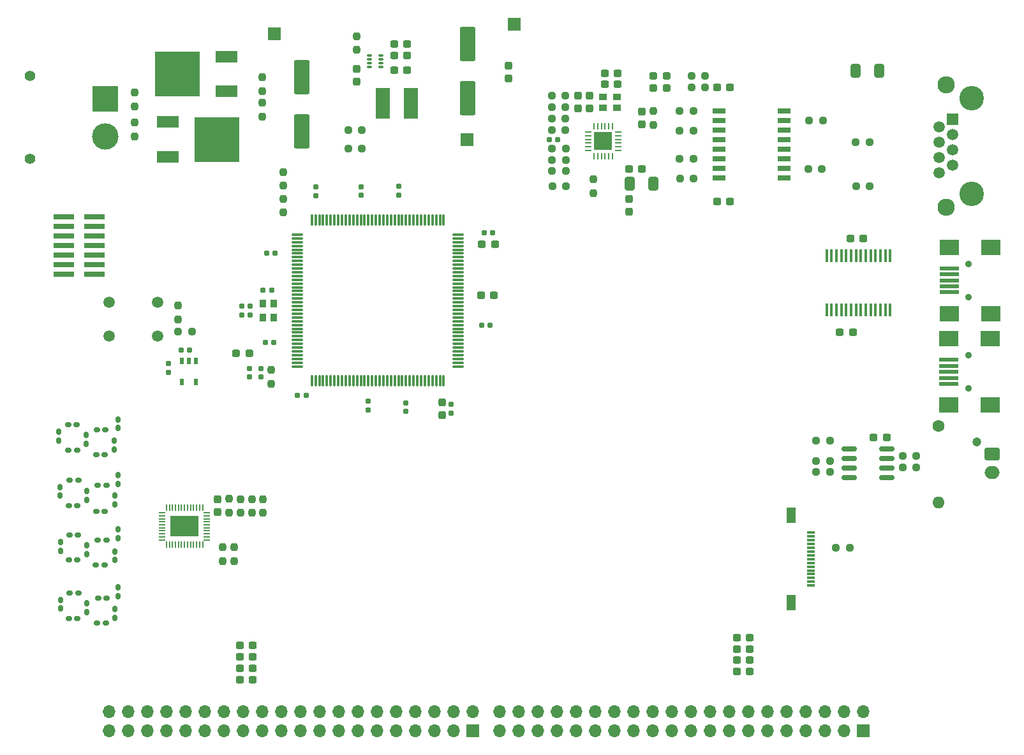
<source format=gbr>
%TF.GenerationSoftware,KiCad,Pcbnew,8.0.5*%
%TF.CreationDate,2024-09-29T23:22:26+09:00*%
%TF.ProjectId,MCU_Unit,4d43555f-556e-4697-942e-6b696361645f,rev?*%
%TF.SameCoordinates,Original*%
%TF.FileFunction,Soldermask,Top*%
%TF.FilePolarity,Negative*%
%FSLAX46Y46*%
G04 Gerber Fmt 4.6, Leading zero omitted, Abs format (unit mm)*
G04 Created by KiCad (PCBNEW 8.0.5) date 2024-09-29 23:22:26*
%MOMM*%
%LPD*%
G01*
G04 APERTURE LIST*
G04 Aperture macros list*
%AMRoundRect*
0 Rectangle with rounded corners*
0 $1 Rounding radius*
0 $2 $3 $4 $5 $6 $7 $8 $9 X,Y pos of 4 corners*
0 Add a 4 corners polygon primitive as box body*
4,1,4,$2,$3,$4,$5,$6,$7,$8,$9,$2,$3,0*
0 Add four circle primitives for the rounded corners*
1,1,$1+$1,$2,$3*
1,1,$1+$1,$4,$5*
1,1,$1+$1,$6,$7*
1,1,$1+$1,$8,$9*
0 Add four rect primitives between the rounded corners*
20,1,$1+$1,$2,$3,$4,$5,0*
20,1,$1+$1,$4,$5,$6,$7,0*
20,1,$1+$1,$6,$7,$8,$9,0*
20,1,$1+$1,$8,$9,$2,$3,0*%
G04 Aperture macros list end*
%ADD10RoundRect,0.237500X0.237500X-0.250000X0.237500X0.250000X-0.237500X0.250000X-0.237500X-0.250000X0*%
%ADD11RoundRect,0.237500X0.237500X-0.300000X0.237500X0.300000X-0.237500X0.300000X-0.237500X-0.300000X0*%
%ADD12R,1.700000X0.750000*%
%ADD13C,1.500000*%
%ADD14R,3.000000X1.600000*%
%ADD15R,6.000000X6.000000*%
%ADD16R,1.850000X4.100000*%
%ADD17R,2.790000X0.740000*%
%ADD18R,1.300000X2.000000*%
%ADD19R,1.000000X0.300000*%
%ADD20R,0.600000X0.900000*%
%ADD21RoundRect,0.155000X0.212500X0.155000X-0.212500X0.155000X-0.212500X-0.155000X0.212500X-0.155000X0*%
%ADD22RoundRect,0.155000X0.155000X-0.212500X0.155000X0.212500X-0.155000X0.212500X-0.155000X-0.212500X0*%
%ADD23RoundRect,0.155000X-0.155000X0.212500X-0.155000X-0.212500X0.155000X-0.212500X0.155000X0.212500X0*%
%ADD24RoundRect,0.155000X-0.212500X-0.155000X0.212500X-0.155000X0.212500X0.155000X-0.212500X0.155000X0*%
%ADD25O,1.700000X1.700000*%
%ADD26R,1.700000X1.700000*%
%ADD27C,3.250000*%
%ADD28R,1.500000X1.500000*%
%ADD29C,2.300000*%
%ADD30RoundRect,0.160000X0.160000X-0.222500X0.160000X0.222500X-0.160000X0.222500X-0.160000X-0.222500X0*%
%ADD31RoundRect,0.160000X0.222500X0.160000X-0.222500X0.160000X-0.222500X-0.160000X0.222500X-0.160000X0*%
%ADD32RoundRect,0.237500X0.287500X0.237500X-0.287500X0.237500X-0.287500X-0.237500X0.287500X-0.237500X0*%
%ADD33R,0.950000X1.050000*%
%ADD34R,0.450000X1.750000*%
%ADD35R,3.800000X2.800000*%
%ADD36RoundRect,0.050000X-0.362500X0.050000X-0.362500X-0.050000X0.362500X-0.050000X0.362500X0.050000X0*%
%ADD37RoundRect,0.050000X-0.050000X0.362500X-0.050000X-0.362500X0.050000X-0.362500X0.050000X0.362500X0*%
%ADD38RoundRect,0.150000X-0.825000X-0.150000X0.825000X-0.150000X0.825000X0.150000X-0.825000X0.150000X0*%
%ADD39RoundRect,0.050000X-0.285000X-0.100000X0.285000X-0.100000X0.285000X0.100000X-0.285000X0.100000X0*%
%ADD40R,1.050000X0.950000*%
%ADD41RoundRect,0.062500X-0.062500X0.325000X-0.062500X-0.325000X0.062500X-0.325000X0.062500X0.325000X0*%
%ADD42RoundRect,0.062500X-0.325000X0.062500X-0.325000X-0.062500X0.325000X-0.062500X0.325000X0.062500X0*%
%ADD43R,2.450000X2.450000*%
%ADD44RoundRect,0.075000X-0.662500X-0.075000X0.662500X-0.075000X0.662500X0.075000X-0.662500X0.075000X0*%
%ADD45RoundRect,0.075000X-0.075000X-0.662500X0.075000X-0.662500X0.075000X0.662500X-0.075000X0.662500X0*%
%ADD46RoundRect,0.237500X-0.237500X0.250000X-0.237500X-0.250000X0.237500X-0.250000X0.237500X0.250000X0*%
%ADD47O,1.600000X1.600000*%
%ADD48C,1.600000*%
%ADD49RoundRect,0.237500X-0.250000X-0.237500X0.250000X-0.237500X0.250000X0.237500X-0.250000X0.237500X0*%
%ADD50RoundRect,0.237500X0.250000X0.237500X-0.250000X0.237500X-0.250000X-0.237500X0.250000X-0.237500X0*%
%ADD51C,1.400000*%
%ADD52R,3.500000X3.500000*%
%ADD53C,3.500000*%
%ADD54R,2.500000X2.000000*%
%ADD55R,2.500000X0.500000*%
%ADD56C,0.900000*%
%ADD57O,2.000000X1.700000*%
%ADD58RoundRect,0.250000X-0.750000X0.600000X-0.750000X-0.600000X0.750000X-0.600000X0.750000X0.600000X0*%
%ADD59C,1.200000*%
%ADD60RoundRect,0.237500X-0.237500X0.287500X-0.237500X-0.287500X0.237500X-0.287500X0.237500X0.287500X0*%
%ADD61RoundRect,0.237500X-0.287500X-0.237500X0.287500X-0.237500X0.287500X0.237500X-0.287500X0.237500X0*%
%ADD62RoundRect,0.237500X0.300000X0.237500X-0.300000X0.237500X-0.300000X-0.237500X0.300000X-0.237500X0*%
%ADD63RoundRect,0.237500X-0.300000X-0.237500X0.300000X-0.237500X0.300000X0.237500X-0.300000X0.237500X0*%
%ADD64RoundRect,0.250001X-0.799999X1.999999X-0.799999X-1.999999X0.799999X-1.999999X0.799999X1.999999X0*%
%ADD65RoundRect,0.237500X-0.237500X0.300000X-0.237500X-0.300000X0.237500X-0.300000X0.237500X0.300000X0*%
%ADD66RoundRect,0.250001X0.799999X-1.999999X0.799999X1.999999X-0.799999X1.999999X-0.799999X-1.999999X0*%
%ADD67RoundRect,0.250000X-0.412500X-0.650000X0.412500X-0.650000X0.412500X0.650000X-0.412500X0.650000X0*%
G04 APERTURE END LIST*
D10*
%TO.C,R45*%
X59540000Y-109267500D03*
X59540000Y-107442500D03*
%TD*%
D11*
%TO.C,C51*%
X58020000Y-109217500D03*
X58020000Y-107492500D03*
%TD*%
D12*
%TO.C,T1*%
X124590000Y-55925000D03*
X124590000Y-57195000D03*
X124590000Y-58465000D03*
X124590000Y-59735000D03*
X124590000Y-61005000D03*
X124590000Y-62275000D03*
X124590000Y-63545000D03*
X124590000Y-64815000D03*
X133190000Y-64815000D03*
X133190000Y-63545000D03*
X133190000Y-62275000D03*
X133190000Y-61005000D03*
X133190000Y-59735000D03*
X133190000Y-58465000D03*
X133190000Y-57195000D03*
X133190000Y-55925000D03*
%TD*%
D13*
%TO.C,S1*%
X43575000Y-81300000D03*
X50075000Y-81300000D03*
X43575000Y-85800000D03*
X50075000Y-85800000D03*
%TD*%
D14*
%TO.C,Q2*%
X59200000Y-53300000D03*
D15*
X52700000Y-51000000D03*
D14*
X59200000Y-48700000D03*
%TD*%
%TO.C,Q1*%
X51425000Y-57400000D03*
D15*
X57925000Y-59700000D03*
D14*
X51425000Y-62000000D03*
%TD*%
D16*
%TO.C,L1*%
X79975000Y-54900000D03*
X83625000Y-54900000D03*
%TD*%
D17*
%TO.C,J12*%
X41635000Y-77600000D03*
X37565000Y-77600000D03*
X41635000Y-76330000D03*
X37565000Y-76330000D03*
X41635000Y-75060000D03*
X37565000Y-75060000D03*
X41635000Y-73790000D03*
X37565000Y-73790000D03*
X41635000Y-72520000D03*
X37565000Y-72520000D03*
X41635000Y-71250000D03*
X37565000Y-71250000D03*
X41635000Y-69980000D03*
X37565000Y-69980000D03*
%TD*%
D18*
%TO.C,J8*%
X134090000Y-121230000D03*
X134090000Y-109630000D03*
D19*
X136790000Y-118930000D03*
X136790000Y-118430000D03*
X136790000Y-117930000D03*
X136790000Y-117430000D03*
X136790000Y-116930000D03*
X136790000Y-116430000D03*
X136790000Y-115930000D03*
X136790000Y-115430000D03*
X136790000Y-114930000D03*
X136790000Y-114430000D03*
X136790000Y-113930000D03*
X136790000Y-113430000D03*
X136790000Y-112930000D03*
X136790000Y-112430000D03*
X136790000Y-111930000D03*
%TD*%
D20*
%TO.C,IC1*%
X55150000Y-89100000D03*
X54200000Y-89100000D03*
X53250000Y-89100000D03*
X53250000Y-91900000D03*
X55150000Y-91900000D03*
%TD*%
D21*
%TO.C,C28*%
X103157500Y-59700000D03*
X102022500Y-59700000D03*
%TD*%
D22*
%TO.C,C14*%
X51500000Y-90617500D03*
X51500000Y-89482500D03*
%TD*%
D23*
%TO.C,C50*%
X62317500Y-81872500D03*
X62317500Y-83007500D03*
%TD*%
%TO.C,C49*%
X61267500Y-81872500D03*
X61267500Y-83007500D03*
%TD*%
%TO.C,C17*%
X62250000Y-90100000D03*
X62250000Y-91235000D03*
%TD*%
%TO.C,C16*%
X63800000Y-90100000D03*
X63800000Y-91235000D03*
%TD*%
D22*
%TO.C,C12*%
X71017500Y-67145000D03*
X71017500Y-66010000D03*
%TD*%
%TO.C,C11*%
X77017500Y-67095000D03*
X77017500Y-65960000D03*
%TD*%
%TO.C,C10*%
X82017500Y-67070000D03*
X82017500Y-65935000D03*
%TD*%
D24*
%TO.C,C9*%
X93362500Y-72090000D03*
X94497500Y-72090000D03*
%TD*%
%TO.C,C8*%
X94197500Y-84340000D03*
X93062500Y-84340000D03*
%TD*%
D23*
%TO.C,C7*%
X89017500Y-94885000D03*
X89017500Y-96020000D03*
%TD*%
%TO.C,C6*%
X83017500Y-94685000D03*
X83017500Y-95820000D03*
%TD*%
%TO.C,C5*%
X78017500Y-94472500D03*
X78017500Y-95607500D03*
%TD*%
D21*
%TO.C,C4*%
X69767500Y-93700000D03*
X68632500Y-93700000D03*
%TD*%
%TO.C,C3*%
X65485000Y-86700000D03*
X64350000Y-86700000D03*
%TD*%
%TO.C,C2*%
X65185000Y-79740000D03*
X64050000Y-79740000D03*
%TD*%
%TO.C,C1*%
X65635000Y-74840000D03*
X64500000Y-74840000D03*
%TD*%
D25*
%TO.C,J10*%
X43580000Y-135657500D03*
X43580000Y-138197500D03*
X46120000Y-135657500D03*
X46120000Y-138197500D03*
X48660000Y-135657500D03*
X48660000Y-138197500D03*
X51200000Y-135657500D03*
X51200000Y-138197500D03*
X53740000Y-135657500D03*
X53740000Y-138197500D03*
X56280000Y-135657500D03*
X56280000Y-138197500D03*
X58820000Y-135657500D03*
X58820000Y-138197500D03*
X61360000Y-135657500D03*
X61360000Y-138197500D03*
X63900000Y-135657500D03*
X63900000Y-138197500D03*
X66440000Y-135657500D03*
X66440000Y-138197500D03*
X68980000Y-135657500D03*
X68980000Y-138197500D03*
X71520000Y-135657500D03*
X71520000Y-138197500D03*
X74060000Y-135657500D03*
X74060000Y-138197500D03*
X76600000Y-135657500D03*
X76600000Y-138197500D03*
X79140000Y-135657500D03*
X79140000Y-138197500D03*
X81680000Y-135657500D03*
X81680000Y-138197500D03*
X84220000Y-135657500D03*
X84220000Y-138197500D03*
X86760000Y-135657500D03*
X86760000Y-138197500D03*
X89300000Y-135657500D03*
X89300000Y-138197500D03*
X91840000Y-135657500D03*
D26*
X91840000Y-138197500D03*
%TD*%
%TO.C,J6*%
X143700000Y-138200000D03*
D25*
X143700000Y-135660000D03*
X141160000Y-138200000D03*
X141160000Y-135660000D03*
X138620000Y-138200000D03*
X138620000Y-135660000D03*
X136080000Y-138200000D03*
X136080000Y-135660000D03*
X133540000Y-138200000D03*
X133540000Y-135660000D03*
X131000000Y-138200000D03*
X131000000Y-135660000D03*
X128460000Y-138200000D03*
X128460000Y-135660000D03*
X125920000Y-138200000D03*
X125920000Y-135660000D03*
X123380000Y-138200000D03*
X123380000Y-135660000D03*
X120840000Y-138200000D03*
X120840000Y-135660000D03*
X118300000Y-138200000D03*
X118300000Y-135660000D03*
X115760000Y-138200000D03*
X115760000Y-135660000D03*
X113220000Y-138200000D03*
X113220000Y-135660000D03*
X110680000Y-138200000D03*
X110680000Y-135660000D03*
X108140000Y-138200000D03*
X108140000Y-135660000D03*
X105600000Y-138200000D03*
X105600000Y-135660000D03*
X103060000Y-138200000D03*
X103060000Y-135660000D03*
X100520000Y-138200000D03*
X100520000Y-135660000D03*
X97980000Y-138200000D03*
X97980000Y-135660000D03*
X95440000Y-138200000D03*
X95440000Y-135660000D03*
%TD*%
D27*
%TO.C,J1*%
X158110000Y-54255500D03*
X158110000Y-66955500D03*
D28*
X155570000Y-57045500D03*
D13*
X153790000Y-58061500D03*
X155570000Y-59077500D03*
X153790000Y-60093500D03*
X155570000Y-61109500D03*
X153790000Y-62125500D03*
X155570000Y-63141500D03*
X153790000Y-64157500D03*
D29*
X154680000Y-52475500D03*
X154680000Y-68735500D03*
%TD*%
D30*
%TO.C,D11*%
X44760000Y-96870000D03*
X44760000Y-98015000D03*
%TD*%
%TO.C,D10*%
X40610000Y-98970000D03*
X40610000Y-100115000D03*
%TD*%
D31*
%TO.C,D9*%
X38237500Y-100992500D03*
X39382500Y-100992500D03*
%TD*%
%TO.C,D8*%
X41887500Y-101542500D03*
X43032500Y-101542500D03*
%TD*%
D30*
%TO.C,D7*%
X44260000Y-99720000D03*
X44260000Y-100865000D03*
%TD*%
D31*
%TO.C,D6*%
X41987500Y-98242500D03*
X43132500Y-98242500D03*
%TD*%
%TO.C,D5*%
X38187500Y-97592500D03*
X39332500Y-97592500D03*
%TD*%
D30*
%TO.C,D4*%
X36960000Y-98520000D03*
X36960000Y-99665000D03*
%TD*%
%TO.C,D35*%
X44810000Y-119175000D03*
X44810000Y-120320000D03*
%TD*%
%TO.C,D34*%
X40660000Y-121325000D03*
X40660000Y-122470000D03*
%TD*%
D31*
%TO.C,D33*%
X38260000Y-123320000D03*
X39405000Y-123320000D03*
%TD*%
%TO.C,D32*%
X42010000Y-123920000D03*
X43155000Y-123920000D03*
%TD*%
D30*
%TO.C,D31*%
X44360000Y-122075000D03*
X44360000Y-123220000D03*
%TD*%
D31*
%TO.C,D30*%
X42137500Y-120570000D03*
X43282500Y-120570000D03*
%TD*%
%TO.C,D29*%
X38387500Y-119920000D03*
X39532500Y-119920000D03*
%TD*%
D30*
%TO.C,D28*%
X37160000Y-120825000D03*
X37160000Y-121970000D03*
%TD*%
%TO.C,D27*%
X44810000Y-111470000D03*
X44810000Y-112615000D03*
%TD*%
%TO.C,D26*%
X40660000Y-113625000D03*
X40660000Y-114770000D03*
%TD*%
D31*
%TO.C,D25*%
X38260000Y-115570000D03*
X39405000Y-115570000D03*
%TD*%
%TO.C,D24*%
X41860000Y-116220000D03*
X43005000Y-116220000D03*
%TD*%
D30*
%TO.C,D23*%
X44360000Y-114425000D03*
X44360000Y-115570000D03*
%TD*%
D31*
%TO.C,D22*%
X42110000Y-112870000D03*
X43255000Y-112870000D03*
%TD*%
%TO.C,D21*%
X38360000Y-112270000D03*
X39505000Y-112270000D03*
%TD*%
D30*
%TO.C,D20*%
X37160000Y-113175000D03*
X37160000Y-114320000D03*
%TD*%
%TO.C,D19*%
X44760000Y-104270000D03*
X44760000Y-105415000D03*
%TD*%
%TO.C,D18*%
X40651219Y-106409684D03*
X40651219Y-107554684D03*
%TD*%
D31*
%TO.C,D17*%
X38251219Y-108354684D03*
X39396219Y-108354684D03*
%TD*%
%TO.C,D16*%
X41901219Y-109054684D03*
X43046219Y-109054684D03*
%TD*%
D30*
%TO.C,D15*%
X44351219Y-108157184D03*
X44351219Y-107012184D03*
%TD*%
D31*
%TO.C,D14*%
X42128719Y-105654684D03*
X43273719Y-105654684D03*
%TD*%
%TO.C,D13*%
X38401219Y-104954684D03*
X39546219Y-104954684D03*
%TD*%
D30*
%TO.C,D12*%
X37101219Y-105862184D03*
X37101219Y-107007184D03*
%TD*%
D32*
%TO.C,D2*%
X117615000Y-51257500D03*
X115865000Y-51257500D03*
%TD*%
%TO.C,D1*%
X117615000Y-52857500D03*
X115865000Y-52857500D03*
%TD*%
D33*
%TO.C,U8*%
X64042500Y-81465000D03*
X64042500Y-83315000D03*
X65492500Y-83315000D03*
X65492500Y-81465000D03*
%TD*%
D34*
%TO.C,U7*%
X138825000Y-75165000D03*
X139475000Y-75165000D03*
X140125000Y-75165000D03*
X140775000Y-75165000D03*
X141425000Y-75165000D03*
X142075000Y-75165000D03*
X142725000Y-75165000D03*
X143375000Y-75165000D03*
X144025000Y-75165000D03*
X144675000Y-75165000D03*
X145325000Y-75165000D03*
X145975000Y-75165000D03*
X146625000Y-75165000D03*
X147275000Y-75165000D03*
X147275000Y-82365000D03*
X146625000Y-82365000D03*
X145975000Y-82365000D03*
X145325000Y-82365000D03*
X144675000Y-82365000D03*
X144025000Y-82365000D03*
X143375000Y-82365000D03*
X142725000Y-82365000D03*
X142075000Y-82365000D03*
X141425000Y-82365000D03*
X140775000Y-82365000D03*
X140125000Y-82365000D03*
X139475000Y-82365000D03*
X138825000Y-82365000D03*
%TD*%
D35*
%TO.C,U6*%
X53622500Y-111070000D03*
D36*
X56585000Y-109270000D03*
X56585000Y-109670000D03*
X56585000Y-110070000D03*
X56585000Y-110470000D03*
X56585000Y-110870000D03*
X56585000Y-111270000D03*
X56585000Y-111670000D03*
X56585000Y-112070000D03*
X56585000Y-112470000D03*
X56585000Y-112870000D03*
D37*
X56022500Y-113532500D03*
X55622500Y-113532500D03*
X55222500Y-113532500D03*
X54822500Y-113532500D03*
X54422500Y-113532500D03*
X54022500Y-113532500D03*
X53622500Y-113532500D03*
X53222500Y-113532500D03*
X52822500Y-113532500D03*
X52422500Y-113532500D03*
X52022500Y-113532500D03*
X51622500Y-113532500D03*
X51222500Y-113532500D03*
D36*
X50660000Y-112870000D03*
X50660000Y-112470000D03*
X50660000Y-112070000D03*
X50660000Y-111670000D03*
X50660000Y-111270000D03*
X50660000Y-110870000D03*
X50660000Y-110470000D03*
X50660000Y-110070000D03*
X50660000Y-109670000D03*
X50660000Y-109270000D03*
D37*
X51222500Y-108607500D03*
X51622500Y-108607500D03*
X52022500Y-108607500D03*
X52422500Y-108607500D03*
X52822500Y-108607500D03*
X53222500Y-108607500D03*
X53622500Y-108607500D03*
X54022500Y-108607500D03*
X54422500Y-108607500D03*
X54822500Y-108607500D03*
X55222500Y-108607500D03*
X55622500Y-108607500D03*
X56022500Y-108607500D03*
%TD*%
D38*
%TO.C,U5*%
X146800000Y-100835000D03*
X146800000Y-102105000D03*
X146800000Y-103375000D03*
X146800000Y-104645000D03*
X141850000Y-104645000D03*
X141850000Y-103375000D03*
X141850000Y-102105000D03*
X141850000Y-100835000D03*
%TD*%
D39*
%TO.C,U4*%
X78197500Y-48587500D03*
X78197500Y-49087500D03*
X78197500Y-49587500D03*
X78197500Y-50087500D03*
X79677500Y-50087500D03*
X79677500Y-49587500D03*
X79677500Y-49087500D03*
X79677500Y-48587500D03*
%TD*%
D40*
%TO.C,U3*%
X111040000Y-54057500D03*
X109190000Y-54057500D03*
X109190000Y-55507500D03*
X111040000Y-55507500D03*
%TD*%
D41*
%TO.C,U2*%
X110440000Y-57957500D03*
X109940000Y-57957500D03*
X109440000Y-57957500D03*
X108940000Y-57957500D03*
X108440000Y-57957500D03*
X107940000Y-57957500D03*
D42*
X107202500Y-58695000D03*
X107202500Y-59195000D03*
X107202500Y-59695000D03*
X107202500Y-60195000D03*
X107202500Y-60695000D03*
X107202500Y-61195000D03*
D41*
X107940000Y-61932500D03*
X108440000Y-61932500D03*
X108940000Y-61932500D03*
X109440000Y-61932500D03*
X109940000Y-61932500D03*
X110440000Y-61932500D03*
D42*
X111177500Y-61195000D03*
X111177500Y-60695000D03*
X111177500Y-60195000D03*
X111177500Y-59695000D03*
X111177500Y-59195000D03*
X111177500Y-58695000D03*
D43*
X109190000Y-59945000D03*
%TD*%
D44*
%TO.C,U1*%
X68605000Y-72340000D03*
X68605000Y-72840000D03*
X68605000Y-73340000D03*
X68605000Y-73840000D03*
X68605000Y-74340000D03*
X68605000Y-74840000D03*
X68605000Y-75340000D03*
X68605000Y-75840000D03*
X68605000Y-76340000D03*
X68605000Y-76840000D03*
X68605000Y-77340000D03*
X68605000Y-77840000D03*
X68605000Y-78340000D03*
X68605000Y-78840000D03*
X68605000Y-79340000D03*
X68605000Y-79840000D03*
X68605000Y-80340000D03*
X68605000Y-80840000D03*
X68605000Y-81340000D03*
X68605000Y-81840000D03*
X68605000Y-82340000D03*
X68605000Y-82840000D03*
X68605000Y-83340000D03*
X68605000Y-83840000D03*
X68605000Y-84340000D03*
X68605000Y-84840000D03*
X68605000Y-85340000D03*
X68605000Y-85840000D03*
X68605000Y-86340000D03*
X68605000Y-86840000D03*
X68605000Y-87340000D03*
X68605000Y-87840000D03*
X68605000Y-88340000D03*
X68605000Y-88840000D03*
X68605000Y-89340000D03*
X68605000Y-89840000D03*
D45*
X70517500Y-91752500D03*
X71017500Y-91752500D03*
X71517500Y-91752500D03*
X72017500Y-91752500D03*
X72517500Y-91752500D03*
X73017500Y-91752500D03*
X73517500Y-91752500D03*
X74017500Y-91752500D03*
X74517500Y-91752500D03*
X75017500Y-91752500D03*
X75517500Y-91752500D03*
X76017500Y-91752500D03*
X76517500Y-91752500D03*
X77017500Y-91752500D03*
X77517500Y-91752500D03*
X78017500Y-91752500D03*
X78517500Y-91752500D03*
X79017500Y-91752500D03*
X79517500Y-91752500D03*
X80017500Y-91752500D03*
X80517500Y-91752500D03*
X81017500Y-91752500D03*
X81517500Y-91752500D03*
X82017500Y-91752500D03*
X82517500Y-91752500D03*
X83017500Y-91752500D03*
X83517500Y-91752500D03*
X84017500Y-91752500D03*
X84517500Y-91752500D03*
X85017500Y-91752500D03*
X85517500Y-91752500D03*
X86017500Y-91752500D03*
X86517500Y-91752500D03*
X87017500Y-91752500D03*
X87517500Y-91752500D03*
X88017500Y-91752500D03*
D44*
X89930000Y-89840000D03*
X89930000Y-89340000D03*
X89930000Y-88840000D03*
X89930000Y-88340000D03*
X89930000Y-87840000D03*
X89930000Y-87340000D03*
X89930000Y-86840000D03*
X89930000Y-86340000D03*
X89930000Y-85840000D03*
X89930000Y-85340000D03*
X89930000Y-84840000D03*
X89930000Y-84340000D03*
X89930000Y-83840000D03*
X89930000Y-83340000D03*
X89930000Y-82840000D03*
X89930000Y-82340000D03*
X89930000Y-81840000D03*
X89930000Y-81340000D03*
X89930000Y-80840000D03*
X89930000Y-80340000D03*
X89930000Y-79840000D03*
X89930000Y-79340000D03*
X89930000Y-78840000D03*
X89930000Y-78340000D03*
X89930000Y-77840000D03*
X89930000Y-77340000D03*
X89930000Y-76840000D03*
X89930000Y-76340000D03*
X89930000Y-75840000D03*
X89930000Y-75340000D03*
X89930000Y-74840000D03*
X89930000Y-74340000D03*
X89930000Y-73840000D03*
X89930000Y-73340000D03*
X89930000Y-72840000D03*
X89930000Y-72340000D03*
D45*
X88017500Y-70427500D03*
X87517500Y-70427500D03*
X87017500Y-70427500D03*
X86517500Y-70427500D03*
X86017500Y-70427500D03*
X85517500Y-70427500D03*
X85017500Y-70427500D03*
X84517500Y-70427500D03*
X84017500Y-70427500D03*
X83517500Y-70427500D03*
X83017500Y-70427500D03*
X82517500Y-70427500D03*
X82017500Y-70427500D03*
X81517500Y-70427500D03*
X81017500Y-70427500D03*
X80517500Y-70427500D03*
X80017500Y-70427500D03*
X79517500Y-70427500D03*
X79017500Y-70427500D03*
X78517500Y-70427500D03*
X78017500Y-70427500D03*
X77517500Y-70427500D03*
X77017500Y-70427500D03*
X76517500Y-70427500D03*
X76017500Y-70427500D03*
X75517500Y-70427500D03*
X75017500Y-70427500D03*
X74517500Y-70427500D03*
X74017500Y-70427500D03*
X73517500Y-70427500D03*
X73017500Y-70427500D03*
X72517500Y-70427500D03*
X72017500Y-70427500D03*
X71517500Y-70427500D03*
X71017500Y-70427500D03*
X70517500Y-70427500D03*
%TD*%
D46*
%TO.C,R44*%
X64060000Y-109270000D03*
X64060000Y-107445000D03*
%TD*%
%TO.C,R43*%
X62600000Y-109270000D03*
X62600000Y-107445000D03*
%TD*%
D10*
%TO.C,R42*%
X61060000Y-107445000D03*
X61060000Y-109270000D03*
%TD*%
D47*
%TO.C,R41*%
X153675000Y-107930000D03*
D48*
X153675000Y-97770000D03*
%TD*%
D49*
%TO.C,R40*%
X150725000Y-103275000D03*
X148900000Y-103275000D03*
%TD*%
%TO.C,R39*%
X150725000Y-101750000D03*
X148900000Y-101750000D03*
%TD*%
D50*
%TO.C,R38*%
X137437500Y-102375000D03*
X139262500Y-102375000D03*
%TD*%
D49*
%TO.C,R37*%
X139262500Y-103875000D03*
X137437500Y-103875000D03*
%TD*%
%TO.C,R36*%
X139250000Y-99700000D03*
X137425000Y-99700000D03*
%TD*%
D46*
%TO.C,R35*%
X60200000Y-113870000D03*
X60200000Y-115695000D03*
%TD*%
%TO.C,R34*%
X58660000Y-113870000D03*
X58660000Y-115695000D03*
%TD*%
D50*
%TO.C,R33*%
X140050000Y-113935000D03*
X141875000Y-113935000D03*
%TD*%
D46*
%TO.C,R32*%
X63925000Y-54837500D03*
X63925000Y-56662500D03*
%TD*%
%TO.C,R31*%
X63925000Y-51475000D03*
X63925000Y-53300000D03*
%TD*%
D10*
%TO.C,R30*%
X47000000Y-55312500D03*
X47000000Y-53487500D03*
%TD*%
%TO.C,R29*%
X47000000Y-59312500D03*
X47000000Y-57487500D03*
%TD*%
D49*
%TO.C,R28*%
X75350526Y-60958569D03*
X77175526Y-60958569D03*
%TD*%
%TO.C,R27*%
X75350526Y-58448569D03*
X77175526Y-58448569D03*
%TD*%
D10*
%TO.C,R26*%
X76437500Y-47812500D03*
X76437500Y-45987500D03*
%TD*%
D50*
%TO.C,R25*%
X104202500Y-63925000D03*
X102377500Y-63925000D03*
%TD*%
%TO.C,R24*%
X104177500Y-53925000D03*
X102352500Y-53925000D03*
%TD*%
%TO.C,R23*%
X104177500Y-56925000D03*
X102352500Y-56925000D03*
%TD*%
D49*
%TO.C,R22*%
X102365000Y-58425000D03*
X104190000Y-58425000D03*
%TD*%
%TO.C,R21*%
X102365000Y-55425000D03*
X104190000Y-55425000D03*
%TD*%
%TO.C,R20*%
X119340000Y-55957500D03*
X121165000Y-55957500D03*
%TD*%
%TO.C,R19*%
X119340000Y-58507500D03*
X121165000Y-58507500D03*
%TD*%
%TO.C,R18*%
X121140000Y-62307500D03*
X119315000Y-62307500D03*
%TD*%
%TO.C,R17*%
X119365000Y-64857500D03*
X121190000Y-64857500D03*
%TD*%
%TO.C,R16*%
X102390000Y-60925000D03*
X104215000Y-60925000D03*
%TD*%
%TO.C,R15*%
X102390000Y-62425000D03*
X104215000Y-62425000D03*
%TD*%
%TO.C,R14*%
X102417500Y-65900000D03*
X104242500Y-65900000D03*
%TD*%
D10*
%TO.C,R13*%
X107890000Y-66837500D03*
X107890000Y-65012500D03*
%TD*%
D46*
%TO.C,R12*%
X65100000Y-90312500D03*
X65100000Y-92137500D03*
%TD*%
D49*
%TO.C,R11*%
X120902500Y-51250000D03*
X122727500Y-51250000D03*
%TD*%
%TO.C,R10*%
X120890000Y-52775000D03*
X122715000Y-52775000D03*
%TD*%
D10*
%TO.C,R9*%
X115840000Y-57770000D03*
X115840000Y-55945000D03*
%TD*%
D50*
%TO.C,R8*%
X144552500Y-65907500D03*
X142727500Y-65907500D03*
%TD*%
%TO.C,R7*%
X144502500Y-60107500D03*
X142677500Y-60107500D03*
%TD*%
D49*
%TO.C,R6*%
X136527500Y-57207500D03*
X138352500Y-57207500D03*
%TD*%
%TO.C,R5*%
X136390000Y-63607500D03*
X138215000Y-63607500D03*
%TD*%
D10*
%TO.C,R4*%
X66767500Y-69415000D03*
X66767500Y-67590000D03*
%TD*%
%TO.C,R3*%
X66767500Y-65865000D03*
X66767500Y-64040000D03*
%TD*%
%TO.C,R2*%
X52800000Y-81787500D03*
X52800000Y-83612500D03*
%TD*%
D49*
%TO.C,R1*%
X52800000Y-85200000D03*
X54625000Y-85200000D03*
%TD*%
D51*
%TO.C,J13*%
X33075000Y-62300000D03*
X33075000Y-51300000D03*
D52*
X43075000Y-54300000D03*
D53*
X43075000Y-59300000D03*
%TD*%
D54*
%TO.C,J9*%
X160590000Y-74010000D03*
X155090000Y-74010000D03*
X160590000Y-82810000D03*
X155090000Y-82810000D03*
D55*
X155090000Y-76810000D03*
X155090000Y-77610000D03*
X155090000Y-78410000D03*
X155090000Y-79210000D03*
X155090000Y-80010000D03*
D56*
X157690000Y-76210000D03*
X157690000Y-80610000D03*
%TD*%
%TO.C,J7*%
X157675000Y-92780000D03*
X157675000Y-88380000D03*
D55*
X155075000Y-92180000D03*
X155075000Y-91380000D03*
X155075000Y-90580000D03*
X155075000Y-89780000D03*
X155075000Y-88980000D03*
D54*
X155075000Y-94980000D03*
X160575000Y-94980000D03*
X155075000Y-86180000D03*
X160575000Y-86180000D03*
%TD*%
D26*
%TO.C,J5*%
X65525000Y-45700000D03*
%TD*%
%TO.C,J4*%
X97337500Y-44400000D03*
%TD*%
%TO.C,J3*%
X91137500Y-59700000D03*
%TD*%
D57*
%TO.C,J2*%
X160775000Y-103950000D03*
D58*
X160775000Y-101450000D03*
D59*
X158775000Y-99850000D03*
%TD*%
D60*
%TO.C,FB2*%
X112590000Y-67586500D03*
X112590000Y-69336500D03*
%TD*%
D61*
%TO.C,FB1*%
X60475000Y-88125000D03*
X62225000Y-88125000D03*
%TD*%
D62*
%TO.C,C48*%
X60935000Y-128410000D03*
X62660000Y-128410000D03*
%TD*%
%TO.C,C47*%
X60935000Y-129910000D03*
X62660000Y-129910000D03*
%TD*%
%TO.C,C46*%
X62660000Y-131410000D03*
X60935000Y-131410000D03*
%TD*%
%TO.C,C45*%
X145072500Y-99292004D03*
X146797500Y-99292004D03*
%TD*%
%TO.C,C44*%
X60935000Y-126910000D03*
X62660000Y-126910000D03*
%TD*%
%TO.C,C42*%
X126890000Y-127355000D03*
X128615000Y-127355000D03*
%TD*%
%TO.C,C41*%
X126895000Y-130375000D03*
X128620000Y-130375000D03*
%TD*%
%TO.C,C39*%
X141987500Y-72865000D03*
X143712500Y-72865000D03*
%TD*%
D63*
%TO.C,C38*%
X142305000Y-85300000D03*
X140580000Y-85300000D03*
%TD*%
D64*
%TO.C,C37*%
X69225000Y-51400000D03*
X69225000Y-58600000D03*
%TD*%
D63*
%TO.C,C36*%
X93073222Y-73577888D03*
X94798222Y-73577888D03*
%TD*%
D65*
%TO.C,C35*%
X87800000Y-94590000D03*
X87800000Y-96315000D03*
%TD*%
D66*
%TO.C,C34*%
X91187500Y-54200000D03*
X91187500Y-47000000D03*
%TD*%
D11*
%TO.C,C33*%
X96600000Y-51625000D03*
X96600000Y-49900000D03*
%TD*%
D62*
%TO.C,C32*%
X83150000Y-47000000D03*
X81425000Y-47000000D03*
%TD*%
%TO.C,C31*%
X83162500Y-50500000D03*
X81437500Y-50500000D03*
%TD*%
D63*
%TO.C,C30*%
X81425000Y-48550000D03*
X83150000Y-48550000D03*
%TD*%
D65*
%TO.C,C29*%
X76447500Y-50325000D03*
X76447500Y-52050000D03*
%TD*%
D11*
%TO.C,C27*%
X105860000Y-55620000D03*
X105860000Y-53895000D03*
%TD*%
%TO.C,C26*%
X107390000Y-55625000D03*
X107390000Y-53900000D03*
%TD*%
D67*
%TO.C,C25*%
X112669608Y-65569527D03*
X115794608Y-65569527D03*
%TD*%
D63*
%TO.C,C24*%
X112590000Y-63657500D03*
X114315000Y-63657500D03*
%TD*%
D11*
%TO.C,C23*%
X114340000Y-57720000D03*
X114340000Y-55995000D03*
%TD*%
D62*
%TO.C,C22*%
X111102500Y-50907500D03*
X109377500Y-50907500D03*
%TD*%
%TO.C,C21*%
X111102500Y-52407500D03*
X109377500Y-52407500D03*
%TD*%
%TO.C,C20*%
X126002500Y-52775000D03*
X124277500Y-52775000D03*
%TD*%
%TO.C,C19*%
X126002500Y-67957500D03*
X124277500Y-67957500D03*
%TD*%
D67*
%TO.C,C18*%
X142677500Y-50607500D03*
X145802500Y-50607500D03*
%TD*%
D21*
%TO.C,C15*%
X54317500Y-87700000D03*
X53182500Y-87700000D03*
%TD*%
D63*
%TO.C,C13*%
X92945000Y-80400000D03*
X94670000Y-80400000D03*
%TD*%
D62*
%TO.C,C40*%
X126890000Y-128865000D03*
X128615000Y-128865000D03*
%TD*%
%TO.C,C43*%
X126890000Y-125855000D03*
X128615000Y-125855000D03*
%TD*%
M02*

</source>
